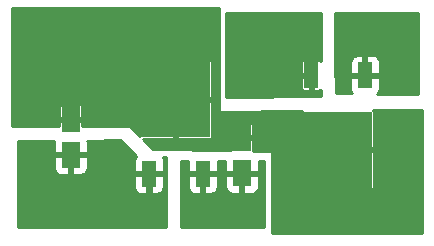
<source format=gbr>
%TF.GenerationSoftware,KiCad,Pcbnew,(5.99.0-1452-gb67f18b39)*%
%TF.CreationDate,2020-07-26T03:51:19-04:00*%
%TF.ProjectId,GoKart,476f4b61-7274-42e6-9b69-6361645f7063,rev?*%
%TF.SameCoordinates,Original*%
%TF.FileFunction,Copper,L1,Top*%
%TF.FilePolarity,Positive*%
%FSLAX46Y46*%
G04 Gerber Fmt 4.6, Leading zero omitted, Abs format (unit mm)*
G04 Created by KiCad (PCBNEW (5.99.0-1452-gb67f18b39)) date 2020-07-26 03:51:19*
%MOMM*%
%LPD*%
G01*
G04 APERTURE LIST*
%TA.AperFunction,SMDPad,CuDef*%
%ADD10R,5.800000X6.400000*%
%TD*%
%TA.AperFunction,SMDPad,CuDef*%
%ADD11R,1.200000X2.200000*%
%TD*%
%TA.AperFunction,SMDPad,CuDef*%
%ADD12R,1.600000X2.200000*%
%TD*%
%TA.AperFunction,Conductor*%
%ADD13C,0.254000*%
%TD*%
G04 APERTURE END LIST*
D10*
%TO.P,U1,2,GND*%
%TO.N,GND*%
X152881600Y-68810000D03*
D11*
%TO.P,U1,3,OUT*%
%TO.N,+5V*%
X155161600Y-75110000D03*
%TO.P,U1,1,IN*%
%TO.N,+BATT*%
X150601600Y-75110000D03*
%TD*%
D10*
%TO.P,Q1,2,S*%
%TO.N,GND*%
X166599600Y-73077200D03*
D11*
%TO.P,Q1,3,D*%
%TO.N,LOAD*%
X164319600Y-66777200D03*
%TO.P,Q1,1,G*%
%TO.N,PWM*%
X168879600Y-66777200D03*
%TD*%
D12*
%TO.P,C2,2*%
%TO.N,GND*%
X158470600Y-72057000D03*
%TO.P,C2,1*%
%TO.N,+5V*%
X158470600Y-75057000D03*
%TD*%
%TO.P,C1,2*%
%TO.N,GND*%
X143967200Y-70483600D03*
%TO.P,C1,1*%
%TO.N,+BATT*%
X143967200Y-73483600D03*
%TD*%
%TO.N,+5V*%
G36*
X153919763Y-74908191D02*
G01*
X153993572Y-74982000D01*
X154959792Y-74982001D01*
X154959793Y-74982000D01*
X156329628Y-74982001D01*
X156403437Y-74908192D01*
X156403437Y-74065400D01*
X157028763Y-74065400D01*
X157028763Y-74855191D01*
X157102572Y-74929000D01*
X158268792Y-74929001D01*
X158268793Y-74929000D01*
X159838628Y-74929001D01*
X159912437Y-74855192D01*
X159912437Y-74065400D01*
X160351200Y-74065400D01*
X160351200Y-79630000D01*
X153288000Y-79630000D01*
X153288000Y-75311808D01*
X153919763Y-75311808D01*
X153919763Y-76218258D01*
X153921919Y-76234634D01*
X153996737Y-76513859D01*
X154009480Y-76538339D01*
X154140590Y-76694590D01*
X154157479Y-76708761D01*
X154331720Y-76809359D01*
X154352437Y-76816900D01*
X154545138Y-76850878D01*
X154556099Y-76851837D01*
X154959791Y-76851837D01*
X155033600Y-76778028D01*
X155289599Y-76778028D01*
X155363408Y-76851837D01*
X155769858Y-76851837D01*
X155786234Y-76849681D01*
X156065459Y-76774863D01*
X156089939Y-76762120D01*
X156246190Y-76631010D01*
X156260361Y-76614121D01*
X156360959Y-76439880D01*
X156368500Y-76419163D01*
X156402478Y-76226462D01*
X156403437Y-76215501D01*
X156403437Y-75311809D01*
X156350436Y-75258808D01*
X157028763Y-75258808D01*
X157028763Y-76165258D01*
X157030919Y-76181634D01*
X157105737Y-76460859D01*
X157118480Y-76485339D01*
X157249590Y-76641590D01*
X157266479Y-76655761D01*
X157440720Y-76756359D01*
X157461437Y-76763900D01*
X157654138Y-76797878D01*
X157665099Y-76798837D01*
X158268791Y-76798837D01*
X158342600Y-76725028D01*
X158598599Y-76725028D01*
X158672408Y-76798837D01*
X159278858Y-76798837D01*
X159295234Y-76796681D01*
X159574459Y-76721863D01*
X159598939Y-76709120D01*
X159755190Y-76578010D01*
X159769361Y-76561121D01*
X159869959Y-76386880D01*
X159877500Y-76366163D01*
X159911478Y-76173462D01*
X159912437Y-76162501D01*
X159912437Y-75258809D01*
X159838628Y-75185000D01*
X158672409Y-75184999D01*
X158598600Y-75258808D01*
X158598599Y-76725028D01*
X158342600Y-76725028D01*
X158342601Y-75258809D01*
X158268792Y-75185000D01*
X157102572Y-75184999D01*
X157028763Y-75258808D01*
X156350436Y-75258808D01*
X156329628Y-75238000D01*
X155363409Y-75237999D01*
X155289600Y-75311808D01*
X155289599Y-76778028D01*
X155033600Y-76778028D01*
X155033601Y-75311809D01*
X154959792Y-75238000D01*
X153993572Y-75237999D01*
X153919763Y-75311808D01*
X153288000Y-75311808D01*
X153288000Y-74065400D01*
X153919763Y-74065400D01*
X153919763Y-74908191D01*
G37*
D13*
X153919763Y-74908191D02*
X153993572Y-74982000D01*
X154959792Y-74982001D01*
X154959793Y-74982000D01*
X156329628Y-74982001D01*
X156403437Y-74908192D01*
X156403437Y-74065400D01*
X157028763Y-74065400D01*
X157028763Y-74855191D01*
X157102572Y-74929000D01*
X158268792Y-74929001D01*
X158268793Y-74929000D01*
X159838628Y-74929001D01*
X159912437Y-74855192D01*
X159912437Y-74065400D01*
X160351200Y-74065400D01*
X160351200Y-79630000D01*
X153288000Y-79630000D01*
X153288000Y-75311808D01*
X153919763Y-75311808D01*
X153919763Y-76218258D01*
X153921919Y-76234634D01*
X153996737Y-76513859D01*
X154009480Y-76538339D01*
X154140590Y-76694590D01*
X154157479Y-76708761D01*
X154331720Y-76809359D01*
X154352437Y-76816900D01*
X154545138Y-76850878D01*
X154556099Y-76851837D01*
X154959791Y-76851837D01*
X155033600Y-76778028D01*
X155289599Y-76778028D01*
X155363408Y-76851837D01*
X155769858Y-76851837D01*
X155786234Y-76849681D01*
X156065459Y-76774863D01*
X156089939Y-76762120D01*
X156246190Y-76631010D01*
X156260361Y-76614121D01*
X156360959Y-76439880D01*
X156368500Y-76419163D01*
X156402478Y-76226462D01*
X156403437Y-76215501D01*
X156403437Y-75311809D01*
X156350436Y-75258808D01*
X157028763Y-75258808D01*
X157028763Y-76165258D01*
X157030919Y-76181634D01*
X157105737Y-76460859D01*
X157118480Y-76485339D01*
X157249590Y-76641590D01*
X157266479Y-76655761D01*
X157440720Y-76756359D01*
X157461437Y-76763900D01*
X157654138Y-76797878D01*
X157665099Y-76798837D01*
X158268791Y-76798837D01*
X158342600Y-76725028D01*
X158598599Y-76725028D01*
X158672408Y-76798837D01*
X159278858Y-76798837D01*
X159295234Y-76796681D01*
X159574459Y-76721863D01*
X159598939Y-76709120D01*
X159755190Y-76578010D01*
X159769361Y-76561121D01*
X159869959Y-76386880D01*
X159877500Y-76366163D01*
X159911478Y-76173462D01*
X159912437Y-76162501D01*
X159912437Y-75258809D01*
X159838628Y-75185000D01*
X158672409Y-75184999D01*
X158598600Y-75258808D01*
X158598599Y-76725028D01*
X158342600Y-76725028D01*
X158342601Y-75258809D01*
X158268792Y-75185000D01*
X157102572Y-75184999D01*
X157028763Y-75258808D01*
X156350436Y-75258808D01*
X156329628Y-75238000D01*
X155363409Y-75237999D01*
X155289600Y-75311808D01*
X155289599Y-76778028D01*
X155033600Y-76778028D01*
X155033601Y-75311809D01*
X154959792Y-75238000D01*
X153993572Y-75237999D01*
X153919763Y-75311808D01*
X153288000Y-75311808D01*
X153288000Y-74065400D01*
X153919763Y-74065400D01*
X153919763Y-74908191D01*
%TO.N,+BATT*%
G36*
X149502052Y-73607243D02*
G01*
X149402241Y-73780120D01*
X149394700Y-73800837D01*
X149360722Y-73993538D01*
X149359763Y-74004499D01*
X149359763Y-74908191D01*
X149433572Y-74982000D01*
X150399792Y-74982001D01*
X150399793Y-74982000D01*
X151769628Y-74982001D01*
X151843437Y-74908192D01*
X151843437Y-74001742D01*
X151841281Y-73985366D01*
X151766463Y-73706142D01*
X151755145Y-73684400D01*
X152020674Y-73684400D01*
X152052533Y-79630000D01*
X139470400Y-79630000D01*
X139470400Y-75311808D01*
X149359763Y-75311808D01*
X149359763Y-76218258D01*
X149361919Y-76234634D01*
X149436737Y-76513859D01*
X149449480Y-76538339D01*
X149580590Y-76694590D01*
X149597479Y-76708761D01*
X149771720Y-76809359D01*
X149792437Y-76816900D01*
X149985138Y-76850878D01*
X149996099Y-76851837D01*
X150399791Y-76851837D01*
X150473600Y-76778028D01*
X150729599Y-76778028D01*
X150803408Y-76851837D01*
X151209858Y-76851837D01*
X151226234Y-76849681D01*
X151505459Y-76774863D01*
X151529939Y-76762120D01*
X151686190Y-76631010D01*
X151700361Y-76614121D01*
X151800959Y-76439880D01*
X151808500Y-76419163D01*
X151842478Y-76226462D01*
X151843437Y-76215501D01*
X151843437Y-75311809D01*
X151769628Y-75238000D01*
X150803409Y-75237999D01*
X150729600Y-75311808D01*
X150729599Y-76778028D01*
X150473600Y-76778028D01*
X150473601Y-75311809D01*
X150399792Y-75238000D01*
X149433572Y-75237999D01*
X149359763Y-75311808D01*
X139470400Y-75311808D01*
X139470400Y-73685408D01*
X142525363Y-73685408D01*
X142525363Y-74591858D01*
X142527519Y-74608234D01*
X142602337Y-74887459D01*
X142615080Y-74911939D01*
X142746190Y-75068190D01*
X142763079Y-75082361D01*
X142937320Y-75182959D01*
X142958037Y-75190500D01*
X143150738Y-75224478D01*
X143161699Y-75225437D01*
X143765391Y-75225437D01*
X143839200Y-75151628D01*
X144095199Y-75151628D01*
X144169008Y-75225437D01*
X144775458Y-75225437D01*
X144791834Y-75223281D01*
X145071059Y-75148463D01*
X145095539Y-75135720D01*
X145251790Y-75004610D01*
X145265961Y-74987721D01*
X145366559Y-74813480D01*
X145374100Y-74792763D01*
X145408078Y-74600062D01*
X145409037Y-74589101D01*
X145409037Y-73685409D01*
X145335228Y-73611600D01*
X144169009Y-73611599D01*
X144095200Y-73685408D01*
X144095199Y-75151628D01*
X143839200Y-75151628D01*
X143839201Y-73685409D01*
X143765392Y-73611600D01*
X142599172Y-73611599D01*
X142525363Y-73685408D01*
X139470400Y-73685408D01*
X139470400Y-72377469D01*
X142531632Y-72337023D01*
X142526322Y-72367138D01*
X142525363Y-72378099D01*
X142525363Y-73281791D01*
X142599172Y-73355600D01*
X143765392Y-73355601D01*
X143765393Y-73355600D01*
X145335228Y-73355601D01*
X145409037Y-73281792D01*
X145409037Y-72375342D01*
X145406881Y-72358966D01*
X145390879Y-72299245D01*
X148157501Y-72262691D01*
X149502052Y-73607243D01*
G37*
X149502052Y-73607243D02*
X149402241Y-73780120D01*
X149394700Y-73800837D01*
X149360722Y-73993538D01*
X149359763Y-74004499D01*
X149359763Y-74908191D01*
X149433572Y-74982000D01*
X150399792Y-74982001D01*
X150399793Y-74982000D01*
X151769628Y-74982001D01*
X151843437Y-74908192D01*
X151843437Y-74001742D01*
X151841281Y-73985366D01*
X151766463Y-73706142D01*
X151755145Y-73684400D01*
X152020674Y-73684400D01*
X152052533Y-79630000D01*
X139470400Y-79630000D01*
X139470400Y-75311808D01*
X149359763Y-75311808D01*
X149359763Y-76218258D01*
X149361919Y-76234634D01*
X149436737Y-76513859D01*
X149449480Y-76538339D01*
X149580590Y-76694590D01*
X149597479Y-76708761D01*
X149771720Y-76809359D01*
X149792437Y-76816900D01*
X149985138Y-76850878D01*
X149996099Y-76851837D01*
X150399791Y-76851837D01*
X150473600Y-76778028D01*
X150729599Y-76778028D01*
X150803408Y-76851837D01*
X151209858Y-76851837D01*
X151226234Y-76849681D01*
X151505459Y-76774863D01*
X151529939Y-76762120D01*
X151686190Y-76631010D01*
X151700361Y-76614121D01*
X151800959Y-76439880D01*
X151808500Y-76419163D01*
X151842478Y-76226462D01*
X151843437Y-76215501D01*
X151843437Y-75311809D01*
X151769628Y-75238000D01*
X150803409Y-75237999D01*
X150729600Y-75311808D01*
X150729599Y-76778028D01*
X150473600Y-76778028D01*
X150473601Y-75311809D01*
X150399792Y-75238000D01*
X149433572Y-75237999D01*
X149359763Y-75311808D01*
X139470400Y-75311808D01*
X139470400Y-73685408D01*
X142525363Y-73685408D01*
X142525363Y-74591858D01*
X142527519Y-74608234D01*
X142602337Y-74887459D01*
X142615080Y-74911939D01*
X142746190Y-75068190D01*
X142763079Y-75082361D01*
X142937320Y-75182959D01*
X142958037Y-75190500D01*
X143150738Y-75224478D01*
X143161699Y-75225437D01*
X143765391Y-75225437D01*
X143839200Y-75151628D01*
X144095199Y-75151628D01*
X144169008Y-75225437D01*
X144775458Y-75225437D01*
X144791834Y-75223281D01*
X145071059Y-75148463D01*
X145095539Y-75135720D01*
X145251790Y-75004610D01*
X145265961Y-74987721D01*
X145366559Y-74813480D01*
X145374100Y-74792763D01*
X145408078Y-74600062D01*
X145409037Y-74589101D01*
X145409037Y-73685409D01*
X145335228Y-73611600D01*
X144169009Y-73611599D01*
X144095200Y-73685408D01*
X144095199Y-75151628D01*
X143839200Y-75151628D01*
X143839201Y-73685409D01*
X143765392Y-73611600D01*
X142599172Y-73611599D01*
X142525363Y-73685408D01*
X139470400Y-73685408D01*
X139470400Y-72377469D01*
X142531632Y-72337023D01*
X142526322Y-72367138D01*
X142525363Y-72378099D01*
X142525363Y-73281791D01*
X142599172Y-73355600D01*
X143765392Y-73355601D01*
X143765393Y-73355600D01*
X145335228Y-73355601D01*
X145409037Y-73281792D01*
X145409037Y-72375342D01*
X145406881Y-72358966D01*
X145390879Y-72299245D01*
X148157501Y-72262691D01*
X149502052Y-73607243D01*
%TO.N,PWM*%
G36*
X173381400Y-68334580D02*
G01*
X169939864Y-68318622D01*
X169964190Y-68298210D01*
X169978361Y-68281321D01*
X170078959Y-68107080D01*
X170086500Y-68086363D01*
X170120478Y-67893662D01*
X170121437Y-67882701D01*
X170121437Y-66979009D01*
X170047628Y-66905200D01*
X169081408Y-66905199D01*
X169081407Y-66905200D01*
X167711572Y-66905199D01*
X167637763Y-66979008D01*
X167637763Y-67885458D01*
X167639919Y-67901834D01*
X167714737Y-68181059D01*
X167727480Y-68205539D01*
X167814097Y-68308765D01*
X166394002Y-68302181D01*
X166385652Y-65671699D01*
X167637763Y-65671699D01*
X167637763Y-66575391D01*
X167711572Y-66649200D01*
X168677791Y-66649201D01*
X168751600Y-66575392D01*
X168751600Y-66575391D01*
X169007599Y-66575391D01*
X169081408Y-66649200D01*
X170047628Y-66649201D01*
X170121437Y-66575392D01*
X170121437Y-65668942D01*
X170119281Y-65652566D01*
X170044463Y-65373342D01*
X170031720Y-65348862D01*
X169900610Y-65192610D01*
X169883721Y-65178439D01*
X169709480Y-65077841D01*
X169688763Y-65070300D01*
X169496062Y-65036322D01*
X169485101Y-65035363D01*
X169081409Y-65035363D01*
X169007600Y-65109172D01*
X169007599Y-66575391D01*
X168751600Y-66575391D01*
X168751601Y-65109172D01*
X168677792Y-65035363D01*
X168271342Y-65035363D01*
X168254966Y-65037519D01*
X167975742Y-65112337D01*
X167951262Y-65125080D01*
X167795010Y-65256190D01*
X167780839Y-65273079D01*
X167680241Y-65447320D01*
X167672700Y-65468037D01*
X167638722Y-65660738D01*
X167637763Y-65671699D01*
X166385652Y-65671699D01*
X166372464Y-61517800D01*
X173381400Y-61517800D01*
X173381400Y-68334580D01*
G37*
X173381400Y-68334580D02*
X169939864Y-68318622D01*
X169964190Y-68298210D01*
X169978361Y-68281321D01*
X170078959Y-68107080D01*
X170086500Y-68086363D01*
X170120478Y-67893662D01*
X170121437Y-67882701D01*
X170121437Y-66979009D01*
X170047628Y-66905200D01*
X169081408Y-66905199D01*
X169081407Y-66905200D01*
X167711572Y-66905199D01*
X167637763Y-66979008D01*
X167637763Y-67885458D01*
X167639919Y-67901834D01*
X167714737Y-68181059D01*
X167727480Y-68205539D01*
X167814097Y-68308765D01*
X166394002Y-68302181D01*
X166385652Y-65671699D01*
X167637763Y-65671699D01*
X167637763Y-66575391D01*
X167711572Y-66649200D01*
X168677791Y-66649201D01*
X168751600Y-66575392D01*
X168751600Y-66575391D01*
X169007599Y-66575391D01*
X169081408Y-66649200D01*
X170047628Y-66649201D01*
X170121437Y-66575392D01*
X170121437Y-65668942D01*
X170119281Y-65652566D01*
X170044463Y-65373342D01*
X170031720Y-65348862D01*
X169900610Y-65192610D01*
X169883721Y-65178439D01*
X169709480Y-65077841D01*
X169688763Y-65070300D01*
X169496062Y-65036322D01*
X169485101Y-65035363D01*
X169081409Y-65035363D01*
X169007600Y-65109172D01*
X169007599Y-66575391D01*
X168751600Y-66575391D01*
X168751601Y-65109172D01*
X168677792Y-65035363D01*
X168271342Y-65035363D01*
X168254966Y-65037519D01*
X167975742Y-65112337D01*
X167951262Y-65125080D01*
X167795010Y-65256190D01*
X167780839Y-65273079D01*
X167680241Y-65447320D01*
X167672700Y-65468037D01*
X167638722Y-65660738D01*
X167637763Y-65671699D01*
X166385652Y-65671699D01*
X166372464Y-61517800D01*
X173381400Y-61517800D01*
X173381400Y-68334580D01*
%TO.N,GND*%
G36*
X156490400Y-69823193D02*
G01*
X156565247Y-69897175D01*
X163560558Y-69815946D01*
X163554514Y-69830540D01*
X163548915Y-69858693D01*
X163547702Y-69871011D01*
X163547702Y-72875391D01*
X163621511Y-72949200D01*
X166397792Y-72949201D01*
X166397793Y-72949200D01*
X169577689Y-72949201D01*
X169651498Y-72875392D01*
X169651498Y-69871011D01*
X169650285Y-69858693D01*
X169644686Y-69830540D01*
X169635188Y-69807607D01*
X169615784Y-69778567D01*
X169598233Y-69761016D01*
X169575903Y-69746096D01*
X173711600Y-69698072D01*
X173711600Y-80112600D01*
X161035000Y-80112600D01*
X161035000Y-73279008D01*
X163547702Y-73279008D01*
X163547702Y-76283389D01*
X163548915Y-76295707D01*
X163554514Y-76323860D01*
X163564012Y-76346793D01*
X163583416Y-76375833D01*
X163600967Y-76393384D01*
X163630007Y-76412788D01*
X163652940Y-76422286D01*
X163681093Y-76427885D01*
X163693411Y-76429098D01*
X166397791Y-76429098D01*
X166471600Y-76355289D01*
X166727599Y-76355289D01*
X166801408Y-76429098D01*
X169505789Y-76429098D01*
X169518107Y-76427885D01*
X169546260Y-76422286D01*
X169569193Y-76412788D01*
X169598233Y-76393384D01*
X169615784Y-76375833D01*
X169635188Y-76346793D01*
X169644686Y-76323860D01*
X169650285Y-76295707D01*
X169651498Y-76283389D01*
X169651498Y-73279009D01*
X169577689Y-73205200D01*
X166801409Y-73205199D01*
X166727600Y-73279008D01*
X166727599Y-76355289D01*
X166471600Y-76355289D01*
X166471601Y-73279009D01*
X166397792Y-73205200D01*
X163621511Y-73205199D01*
X163547702Y-73279008D01*
X161035000Y-73279008D01*
X161035000Y-73252860D01*
X160962759Y-73179331D01*
X159422498Y-73152104D01*
X159422498Y-72258809D01*
X159348689Y-72185000D01*
X158672408Y-72184999D01*
X158672407Y-72185000D01*
X157592511Y-72184999D01*
X157518702Y-72258808D01*
X157518702Y-73118451D01*
X150903709Y-73001519D01*
X150064088Y-72161898D01*
X152679791Y-72161898D01*
X152753600Y-72088089D01*
X153009599Y-72088089D01*
X153083408Y-72161898D01*
X155787789Y-72161898D01*
X155800107Y-72160685D01*
X155828260Y-72155086D01*
X155851193Y-72145588D01*
X155880233Y-72126184D01*
X155897784Y-72108633D01*
X155917188Y-72079593D01*
X155926686Y-72056660D01*
X155932285Y-72028507D01*
X155933498Y-72016189D01*
X155933498Y-70950811D01*
X157518702Y-70950811D01*
X157518702Y-71855191D01*
X157592511Y-71929000D01*
X158268791Y-71929001D01*
X158342600Y-71855192D01*
X158342600Y-71855191D01*
X158598599Y-71855191D01*
X158672408Y-71929000D01*
X159348689Y-71929001D01*
X159422498Y-71855192D01*
X159422498Y-70950811D01*
X159421285Y-70938493D01*
X159415686Y-70910340D01*
X159406188Y-70887407D01*
X159386784Y-70858367D01*
X159369233Y-70840816D01*
X159340193Y-70821412D01*
X159317260Y-70811914D01*
X159289107Y-70806315D01*
X159276789Y-70805102D01*
X158672409Y-70805102D01*
X158598600Y-70878911D01*
X158598599Y-71855191D01*
X158342600Y-71855191D01*
X158342601Y-70878911D01*
X158268792Y-70805102D01*
X157664411Y-70805102D01*
X157652093Y-70806315D01*
X157623940Y-70811914D01*
X157601007Y-70821412D01*
X157571967Y-70840816D01*
X157554416Y-70858367D01*
X157535012Y-70887407D01*
X157525514Y-70910340D01*
X157519915Y-70938493D01*
X157518702Y-70950811D01*
X155933498Y-70950811D01*
X155933498Y-69011809D01*
X155859689Y-68938000D01*
X153083409Y-68937999D01*
X153009600Y-69011808D01*
X153009599Y-72088089D01*
X152753600Y-72088089D01*
X152753601Y-69011809D01*
X152679792Y-68938000D01*
X149903511Y-68937999D01*
X149829702Y-69011808D01*
X149829702Y-71927511D01*
X148966173Y-71063982D01*
X148919863Y-71044800D01*
X144919098Y-71044800D01*
X144919098Y-70685409D01*
X144845289Y-70611600D01*
X144169008Y-70611599D01*
X144169007Y-70611600D01*
X143089111Y-70611599D01*
X143015302Y-70685408D01*
X143015302Y-71044800D01*
X138987800Y-71044800D01*
X138987800Y-69377411D01*
X143015302Y-69377411D01*
X143015302Y-70281791D01*
X143089111Y-70355600D01*
X143765391Y-70355601D01*
X143839200Y-70281792D01*
X143839200Y-70281791D01*
X144095199Y-70281791D01*
X144169008Y-70355600D01*
X144845289Y-70355601D01*
X144919098Y-70281792D01*
X144919098Y-69377411D01*
X144917885Y-69365093D01*
X144912286Y-69336940D01*
X144902788Y-69314007D01*
X144883384Y-69284967D01*
X144865833Y-69267416D01*
X144836793Y-69248012D01*
X144813860Y-69238514D01*
X144785707Y-69232915D01*
X144773389Y-69231702D01*
X144169009Y-69231702D01*
X144095200Y-69305511D01*
X144095199Y-70281791D01*
X143839200Y-70281791D01*
X143839201Y-69305511D01*
X143765392Y-69231702D01*
X143161011Y-69231702D01*
X143148693Y-69232915D01*
X143120540Y-69238514D01*
X143097607Y-69248012D01*
X143068567Y-69267416D01*
X143051016Y-69284967D01*
X143031612Y-69314007D01*
X143022114Y-69336940D01*
X143016515Y-69365093D01*
X143015302Y-69377411D01*
X138987800Y-69377411D01*
X138987800Y-65603811D01*
X149829702Y-65603811D01*
X149829702Y-68608191D01*
X149903511Y-68682000D01*
X152679791Y-68682001D01*
X152753600Y-68608192D01*
X152753600Y-68608191D01*
X153009599Y-68608191D01*
X153083408Y-68682000D01*
X155859689Y-68682001D01*
X155933498Y-68608192D01*
X155933498Y-65603811D01*
X155932285Y-65591493D01*
X155926686Y-65563340D01*
X155917188Y-65540407D01*
X155897784Y-65511367D01*
X155880233Y-65493816D01*
X155851193Y-65474412D01*
X155828260Y-65464914D01*
X155800107Y-65459315D01*
X155787789Y-65458102D01*
X153083409Y-65458102D01*
X153009600Y-65531911D01*
X153009599Y-68608191D01*
X152753600Y-68608191D01*
X152753601Y-65531911D01*
X152679792Y-65458102D01*
X149975411Y-65458102D01*
X149963093Y-65459315D01*
X149934940Y-65464914D01*
X149912007Y-65474412D01*
X149882967Y-65493816D01*
X149865416Y-65511367D01*
X149846012Y-65540407D01*
X149836514Y-65563340D01*
X149830915Y-65591493D01*
X149829702Y-65603811D01*
X138987800Y-65603811D01*
X138987800Y-61035200D01*
X156490400Y-61035200D01*
X156490400Y-69823193D01*
G37*
X156490400Y-69823193D02*
X156565247Y-69897175D01*
X163560558Y-69815946D01*
X163554514Y-69830540D01*
X163548915Y-69858693D01*
X163547702Y-69871011D01*
X163547702Y-72875391D01*
X163621511Y-72949200D01*
X166397792Y-72949201D01*
X166397793Y-72949200D01*
X169577689Y-72949201D01*
X169651498Y-72875392D01*
X169651498Y-69871011D01*
X169650285Y-69858693D01*
X169644686Y-69830540D01*
X169635188Y-69807607D01*
X169615784Y-69778567D01*
X169598233Y-69761016D01*
X169575903Y-69746096D01*
X173711600Y-69698072D01*
X173711600Y-80112600D01*
X161035000Y-80112600D01*
X161035000Y-73279008D01*
X163547702Y-73279008D01*
X163547702Y-76283389D01*
X163548915Y-76295707D01*
X163554514Y-76323860D01*
X163564012Y-76346793D01*
X163583416Y-76375833D01*
X163600967Y-76393384D01*
X163630007Y-76412788D01*
X163652940Y-76422286D01*
X163681093Y-76427885D01*
X163693411Y-76429098D01*
X166397791Y-76429098D01*
X166471600Y-76355289D01*
X166727599Y-76355289D01*
X166801408Y-76429098D01*
X169505789Y-76429098D01*
X169518107Y-76427885D01*
X169546260Y-76422286D01*
X169569193Y-76412788D01*
X169598233Y-76393384D01*
X169615784Y-76375833D01*
X169635188Y-76346793D01*
X169644686Y-76323860D01*
X169650285Y-76295707D01*
X169651498Y-76283389D01*
X169651498Y-73279009D01*
X169577689Y-73205200D01*
X166801409Y-73205199D01*
X166727600Y-73279008D01*
X166727599Y-76355289D01*
X166471600Y-76355289D01*
X166471601Y-73279009D01*
X166397792Y-73205200D01*
X163621511Y-73205199D01*
X163547702Y-73279008D01*
X161035000Y-73279008D01*
X161035000Y-73252860D01*
X160962759Y-73179331D01*
X159422498Y-73152104D01*
X159422498Y-72258809D01*
X159348689Y-72185000D01*
X158672408Y-72184999D01*
X158672407Y-72185000D01*
X157592511Y-72184999D01*
X157518702Y-72258808D01*
X157518702Y-73118451D01*
X150903709Y-73001519D01*
X150064088Y-72161898D01*
X152679791Y-72161898D01*
X152753600Y-72088089D01*
X153009599Y-72088089D01*
X153083408Y-72161898D01*
X155787789Y-72161898D01*
X155800107Y-72160685D01*
X155828260Y-72155086D01*
X155851193Y-72145588D01*
X155880233Y-72126184D01*
X155897784Y-72108633D01*
X155917188Y-72079593D01*
X155926686Y-72056660D01*
X155932285Y-72028507D01*
X155933498Y-72016189D01*
X155933498Y-70950811D01*
X157518702Y-70950811D01*
X157518702Y-71855191D01*
X157592511Y-71929000D01*
X158268791Y-71929001D01*
X158342600Y-71855192D01*
X158342600Y-71855191D01*
X158598599Y-71855191D01*
X158672408Y-71929000D01*
X159348689Y-71929001D01*
X159422498Y-71855192D01*
X159422498Y-70950811D01*
X159421285Y-70938493D01*
X159415686Y-70910340D01*
X159406188Y-70887407D01*
X159386784Y-70858367D01*
X159369233Y-70840816D01*
X159340193Y-70821412D01*
X159317260Y-70811914D01*
X159289107Y-70806315D01*
X159276789Y-70805102D01*
X158672409Y-70805102D01*
X158598600Y-70878911D01*
X158598599Y-71855191D01*
X158342600Y-71855191D01*
X158342601Y-70878911D01*
X158268792Y-70805102D01*
X157664411Y-70805102D01*
X157652093Y-70806315D01*
X157623940Y-70811914D01*
X157601007Y-70821412D01*
X157571967Y-70840816D01*
X157554416Y-70858367D01*
X157535012Y-70887407D01*
X157525514Y-70910340D01*
X157519915Y-70938493D01*
X157518702Y-70950811D01*
X155933498Y-70950811D01*
X155933498Y-69011809D01*
X155859689Y-68938000D01*
X153083409Y-68937999D01*
X153009600Y-69011808D01*
X153009599Y-72088089D01*
X152753600Y-72088089D01*
X152753601Y-69011809D01*
X152679792Y-68938000D01*
X149903511Y-68937999D01*
X149829702Y-69011808D01*
X149829702Y-71927511D01*
X148966173Y-71063982D01*
X148919863Y-71044800D01*
X144919098Y-71044800D01*
X144919098Y-70685409D01*
X144845289Y-70611600D01*
X144169008Y-70611599D01*
X144169007Y-70611600D01*
X143089111Y-70611599D01*
X143015302Y-70685408D01*
X143015302Y-71044800D01*
X138987800Y-71044800D01*
X138987800Y-69377411D01*
X143015302Y-69377411D01*
X143015302Y-70281791D01*
X143089111Y-70355600D01*
X143765391Y-70355601D01*
X143839200Y-70281792D01*
X143839200Y-70281791D01*
X144095199Y-70281791D01*
X144169008Y-70355600D01*
X144845289Y-70355601D01*
X144919098Y-70281792D01*
X144919098Y-69377411D01*
X144917885Y-69365093D01*
X144912286Y-69336940D01*
X144902788Y-69314007D01*
X144883384Y-69284967D01*
X144865833Y-69267416D01*
X144836793Y-69248012D01*
X144813860Y-69238514D01*
X144785707Y-69232915D01*
X144773389Y-69231702D01*
X144169009Y-69231702D01*
X144095200Y-69305511D01*
X144095199Y-70281791D01*
X143839200Y-70281791D01*
X143839201Y-69305511D01*
X143765392Y-69231702D01*
X143161011Y-69231702D01*
X143148693Y-69232915D01*
X143120540Y-69238514D01*
X143097607Y-69248012D01*
X143068567Y-69267416D01*
X143051016Y-69284967D01*
X143031612Y-69314007D01*
X143022114Y-69336940D01*
X143016515Y-69365093D01*
X143015302Y-69377411D01*
X138987800Y-69377411D01*
X138987800Y-65603811D01*
X149829702Y-65603811D01*
X149829702Y-68608191D01*
X149903511Y-68682000D01*
X152679791Y-68682001D01*
X152753600Y-68608192D01*
X152753600Y-68608191D01*
X153009599Y-68608191D01*
X153083408Y-68682000D01*
X155859689Y-68682001D01*
X155933498Y-68608192D01*
X155933498Y-65603811D01*
X155932285Y-65591493D01*
X155926686Y-65563340D01*
X155917188Y-65540407D01*
X155897784Y-65511367D01*
X155880233Y-65493816D01*
X155851193Y-65474412D01*
X155828260Y-65464914D01*
X155800107Y-65459315D01*
X155787789Y-65458102D01*
X153083409Y-65458102D01*
X153009600Y-65531911D01*
X153009599Y-68608191D01*
X152753600Y-68608191D01*
X152753601Y-65531911D01*
X152679792Y-65458102D01*
X149975411Y-65458102D01*
X149963093Y-65459315D01*
X149934940Y-65464914D01*
X149912007Y-65474412D01*
X149882967Y-65493816D01*
X149865416Y-65511367D01*
X149846012Y-65540407D01*
X149836514Y-65563340D01*
X149830915Y-65591493D01*
X149829702Y-65603811D01*
X138987800Y-65603811D01*
X138987800Y-61035200D01*
X156490400Y-61035200D01*
X156490400Y-69823193D01*
%TO.N,LOAD*%
G36*
X165126400Y-65577030D02*
G01*
X165090719Y-65523630D01*
X165073170Y-65506081D01*
X165018926Y-65469836D01*
X164995995Y-65460337D01*
X164938110Y-65448823D01*
X164925790Y-65447610D01*
X164521409Y-65447610D01*
X164447600Y-65521419D01*
X164447599Y-66575392D01*
X164447600Y-66575393D01*
X164447599Y-68032981D01*
X164521408Y-68106790D01*
X164925790Y-68106790D01*
X164938110Y-68105577D01*
X164995995Y-68094063D01*
X165018926Y-68084564D01*
X165073170Y-68048319D01*
X165090719Y-68030770D01*
X165126400Y-67977370D01*
X165126400Y-68531361D01*
X157148800Y-68605228D01*
X157148800Y-66979008D01*
X163490010Y-66979008D01*
X163490010Y-67883390D01*
X163491223Y-67895710D01*
X163502737Y-67953595D01*
X163512236Y-67976526D01*
X163548481Y-68030770D01*
X163566030Y-68048319D01*
X163620274Y-68084564D01*
X163643205Y-68094063D01*
X163701090Y-68105577D01*
X163713410Y-68106790D01*
X164117791Y-68106790D01*
X164191600Y-68032981D01*
X164191601Y-66979008D01*
X164117792Y-66905199D01*
X163563819Y-66905199D01*
X163490010Y-66979008D01*
X157148800Y-66979008D01*
X157148800Y-65671010D01*
X163490010Y-65671010D01*
X163490010Y-66575391D01*
X163563819Y-66649200D01*
X164117791Y-66649200D01*
X164191600Y-66575391D01*
X164191601Y-65521419D01*
X164117792Y-65447610D01*
X163713410Y-65447610D01*
X163701090Y-65448823D01*
X163643205Y-65460337D01*
X163620274Y-65469836D01*
X163566030Y-65506081D01*
X163548481Y-65523630D01*
X163512236Y-65577874D01*
X163502737Y-65600805D01*
X163491223Y-65658690D01*
X163490010Y-65671010D01*
X157148800Y-65671010D01*
X157148800Y-61517800D01*
X165126400Y-61517800D01*
X165126400Y-65577030D01*
G37*
X165126400Y-65577030D02*
X165090719Y-65523630D01*
X165073170Y-65506081D01*
X165018926Y-65469836D01*
X164995995Y-65460337D01*
X164938110Y-65448823D01*
X164925790Y-65447610D01*
X164521409Y-65447610D01*
X164447600Y-65521419D01*
X164447599Y-66575392D01*
X164447600Y-66575393D01*
X164447599Y-68032981D01*
X164521408Y-68106790D01*
X164925790Y-68106790D01*
X164938110Y-68105577D01*
X164995995Y-68094063D01*
X165018926Y-68084564D01*
X165073170Y-68048319D01*
X165090719Y-68030770D01*
X165126400Y-67977370D01*
X165126400Y-68531361D01*
X157148800Y-68605228D01*
X157148800Y-66979008D01*
X163490010Y-66979008D01*
X163490010Y-67883390D01*
X163491223Y-67895710D01*
X163502737Y-67953595D01*
X163512236Y-67976526D01*
X163548481Y-68030770D01*
X163566030Y-68048319D01*
X163620274Y-68084564D01*
X163643205Y-68094063D01*
X163701090Y-68105577D01*
X163713410Y-68106790D01*
X164117791Y-68106790D01*
X164191600Y-68032981D01*
X164191601Y-66979008D01*
X164117792Y-66905199D01*
X163563819Y-66905199D01*
X163490010Y-66979008D01*
X157148800Y-66979008D01*
X157148800Y-65671010D01*
X163490010Y-65671010D01*
X163490010Y-66575391D01*
X163563819Y-66649200D01*
X164117791Y-66649200D01*
X164191600Y-66575391D01*
X164191601Y-65521419D01*
X164117792Y-65447610D01*
X163713410Y-65447610D01*
X163701090Y-65448823D01*
X163643205Y-65460337D01*
X163620274Y-65469836D01*
X163566030Y-65506081D01*
X163548481Y-65523630D01*
X163512236Y-65577874D01*
X163502737Y-65600805D01*
X163491223Y-65658690D01*
X163490010Y-65671010D01*
X157148800Y-65671010D01*
X157148800Y-61517800D01*
X165126400Y-61517800D01*
X165126400Y-65577030D01*
%TD*%
M02*

</source>
